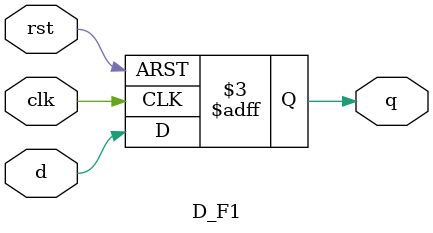
<source format=v>
module D_F1(d,q,clk,rst);
input d,clk,rst;
output reg q;

always@(negedge clk or negedge rst )
begin
 if(rst==0)
    q=1;
    
 else
    q=d;
 end

endmodule
</source>
